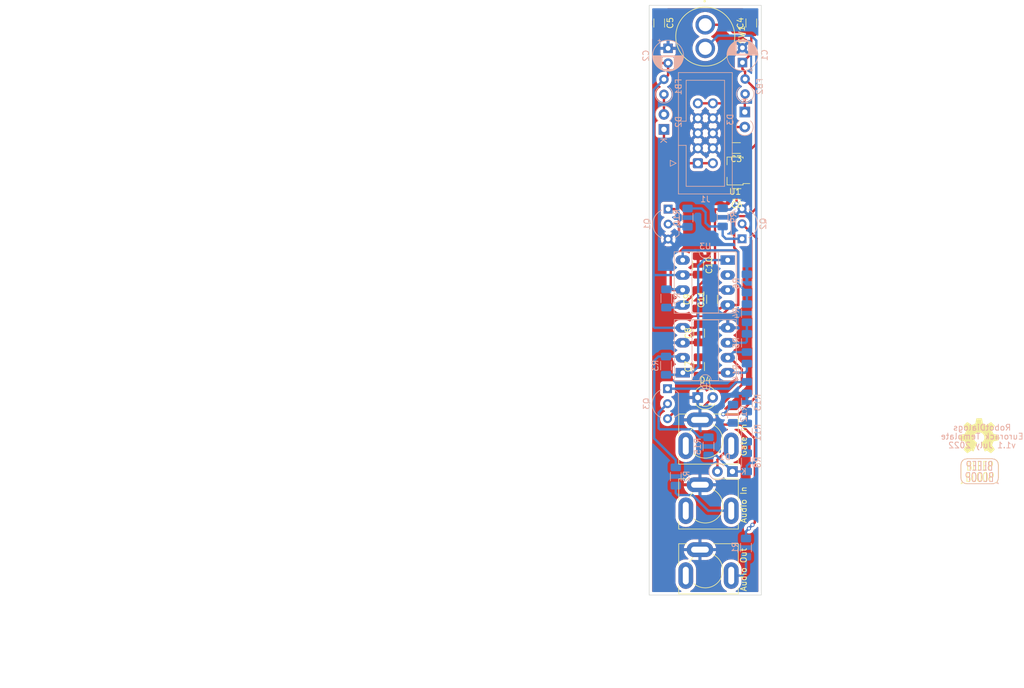
<source format=kicad_pcb>
(kicad_pcb (version 20211014) (generator pcbnew)
  (title_block (company "RobotDialogs"))
  (layers (0 "F.Cu" signal) (31 "B.Cu" signal) (34 "B.Paste" user) (35 "F.Paste" user) (36 "B.SilkS" user "B.Silkscreen") (37 "F.SilkS" user "F.Silkscreen") (38 "B.Mask" user) (39 "F.Mask" user) (44 "Edge.Cuts" user))
  (net 0 "")
  (net 1 "+12V")
  (net 2 "GND")
  (net 3 "-12V")
  (net 4 "+5V")
  (net 5 "Net-(D1-Pad1)")
  (net 6 "-12VA")
  (net 7 "Net-(D2-Pad2)")
  (net 8 "Net-(D3-Pad1)")
  (net 9 "+12VA")
  (net 10 "Net-(D1-Pad2)")
  (net 11 "Net-(D4-Pad2)")
  (net 13 "Net-(J2-PadT)")
  (net 14 "Net-(U2-Pad1)")
  (net 15 "Net-(U2-Pad6)")
  (net 17 "Net-(J3-PadT)")
  (net 19 "Net-(Q1-Pad1)")
  (net 20 "Net-(Q1-Pad2)")
  (net 21 "Net-(Q2-Pad1)")
  (net 22 "Net-(Q2-Pad2)")
  (net 23 "Net-(Q3-Pad1)")
  (net 24 "Net-(Q3-Pad2)")
  (net 25 "Net-(U2-Pad7)")
  (net 26 "Net-(U2-Pad2)")
  (net 27 "Net-(R4-Pad1)")
  (net 28 "Net-(R11-Pad1)")
  (net 29 "Net-(R11-Pad2)")
  (footprint "My Stuff:Jack_3.5mm_MJ-355W_Vertical" (layer "F.Cu") (at 149.5 134.8 -90)
    (fp_text reference "J2")
    (fp_text value "Audio In" (at -0.1 -6.5 90) (layer "F.SilkS"))
    (pad "R" thru_hole oval locked (at 0.9 3.3 270) (size 4.5 2.5) (drill oval 3 1) (layers *.Cu *.Mask))
    (pad "S" thru_hole oval locked (at -3.5 0.9 270) (size 2.5 4.5) (drill oval 1 3) (layers *.Cu *.Mask) (net 2 "GND"))
    (pad "T" thru_hole oval locked (at 0.9 -4.4 270) (size 4.5 2.5) (drill oval 3 1) (layers *.Cu *.Mask) (net 13 "Net-(J2-PadT)"))
  )
  (footprint "Capacitor_SMD:C_1206_3216Metric_Pad1.33x1.80mm_HandSolder" (layer "F.Cu") (at 150.65 99.85 90)
    (fp_text reference "C11" (at 0 -1.85 90) (layer "F.SilkS"))
    (fp_text value "10nF")
    (pad "1" smd roundrect (at -1.5625 0 90) (size 1.325 1.8) (layers "F.Cu" "F.Paste" "F.Mask") (roundrect_rratio 0.188679) (net 1 "+12V"))
    (pad "2" smd roundrect (at 1.5625 0 90) (size 1.325 1.8) (layers "F.Cu" "F.Paste" "F.Mask") (roundrect_rratio 0.188679) (net 2 "GND"))
  )
  (footprint "Capacitor_SMD:C_1206_3216Metric_Pad1.33x1.80mm_HandSolder" (layer "F.Cu") (at 148.45 105.6 90)
    (fp_text reference "C8" (at 0 -1.85 90) (layer "F.SilkS"))
    (fp_text value "10nF")
    (pad "1" smd roundrect locked (at -1.5625 0 90) (size 1.325 1.8) (layers "F.Cu" "F.Paste" "F.Mask") (roundrect_rratio 0.188679) (net 2 "GND"))
    (pad "2" smd roundrect locked (at 1.5625 0 90) (size 1.325 1.8) (layers "F.Cu" "F.Paste" "F.Mask") (roundrect_rratio 0.188679) (net 3 "-12V"))
  )
  (footprint "My Stuff:SW_PS1024ALRED" (layer "F.Cu") (at 149.5 55.3 -90)
    (fp_text reference "SW1" (at -0.335 -6.185 90) (layer "F.SilkS"))
    (fp_text value "SW_GATE")
    (pad "1" thru_hole circle locked (at -2 0 270) (size 3.32 3.32) (drill 2.21) (layers *.Cu *.Mask) (net 1 "+12V"))
    (pad "2" thru_hole circle locked (at 2 0 270) (size 3.32 3.32) (drill 2.21) (layers *.Cu *.Mask) (net 5 "Net-(D1-Pad1)"))
  )
  (footprint "Capacitor_SMD:C_1206_3216Metric_Pad1.33x1.80mm_HandSolder" (layer "F.Cu") (at 148.3 94.1 -90)
    (fp_text reference "C10" (at 0 -1.85 90) (layer "F.SilkS"))
    (fp_text value "10nF")
    (pad "1" smd roundrect (at -1.5625 0 270) (size 1.325 1.8) (layers "F.Cu" "F.Paste" "F.Mask") (roundrect_rratio 0.188679) (net 2 "GND"))
    (pad "2" smd roundrect (at 1.5625 0 270) (size 1.325 1.8) (layers "F.Cu" "F.Paste" "F.Mask") (roundrect_rratio 0.188679) (net 3 "-12V"))
  )
  (footprint "My Stuff:Logo1" (layer "F.Cu") (at 196 129)
    (fp_text reference "LOGO1" hide)
    (fp_text value "logo1" hide)
    (fp_text user "BLOOP" (at 0.05 1.05) (layer "F.SilkS") (effects (font (size 1.5 1))))
    (fp_text user "BLEEP" (at 0.05 -0.85) (layer "F.SilkS") (effects (font (size 1.5 1))))
  )
  (footprint "Package_TO_SOT_SMD:SOT-89-3" (layer "F.Cu") (at 154.85 78.1 180)
    (fp_text reference "U1" (at 0.3 -3.5) (layer "F.SilkS"))
    (fp_text value "L78L05_SOT89")
    (pad "1" smd rect (at -1.65 -1.5 180) (size 1.3 0.9) (layers "F.Cu" "F.Paste" "F.Mask") (net 4 "+5V"))
    (pad "2" smd custom (at -1.5625 0 180) (size 1.475 0.9) (layers "F.Cu" "F.Paste" "F.Mask") (net 2 "GND") (options (clearance outline) (anchor rect)) (primitives (gr_poly (pts (xy 3.8625 0.8665) (xy 0.7375 0.8665) (xy 0.7375 -0.8665) (xy 3.8625 -0.8665)) (width 0) (fill yes))))
    (pad "3" smd rect (at -1.65 1.5 180) (size 1.3 0.9) (layers "F.Cu" "F.Paste" "F.Mask") (net 1 "+12V"))
  )
  (footprint "Capacitor_SMD:C_1206_3216Metric_Pad1.33x1.80mm_HandSolder" (layer "F.Cu") (at 148.45 111.25 90)
    (fp_text reference "C7" (at 0 -1.85 90) (layer "F.SilkS"))
    (fp_text value "10nF")
    (pad "1" smd roundrect locked (at -1.5625 0 90) (size 1.325 1.8) (layers "F.Cu" "F.Paste" "F.Mask") (roundrect_rratio 0.188679) (net 1 "+12V"))
    (pad "2" smd roundrect locked (at 1.5625 0 90) (size 1.325 1.8) (layers "F.Cu" "F.Paste" "F.Mask") (roundrect_rratio 0.188679) (net 2 "GND"))
  )
  (footprint "Capacitor_SMD:C_1206_3216Metric_Pad1.33x1.80mm_HandSolder" (layer "F.Cu") (at 154.85 81.999999 180)
    (fp_text reference "C6" (at 0 -1.85) (layer "F.SilkS"))
    (fp_text value "100nF")
    (pad "1" smd roundrect locked (at -1.5625 0 180) (size 1.325 1.8) (layers "F.Cu" "F.Paste" "F.Mask") (roundrect_rratio 0.188679) (net 4 "+5V"))
    (pad "2" smd roundrect locked (at 1.5625 0 180) (size 1.325 1.8) (layers "F.Cu" "F.Paste" "F.Mask") (roundrect_rratio 0.188679) (net 2 "GND"))
  )
  (footprint "LED_THT:LED_D3.0mm" (layer "F.Cu") (at 148.225 116.5)
    (fp_text reference "D4" (at 1.27 -2.96) (layer "F.SilkS"))
    (fp_text value "GATE_LED")
    (pad "1" thru_hole rect (at 0 0) (size 1.8 1.8) (drill 0.9) (layers *.Cu *.Mask) (net 2 "GND"))
    (pad "2" thru_hole circle (at 2.54 0) (size 1.8 1.8) (drill 0.9) (layers *.Cu *.Mask) (net 11 "Net-(D4-Pad2)"))
  )
  (footprint "My Stuff:Jack_3.5mm_MJ-355W_Vertical" (layer "F.Cu") (at 149.5 145.8 -90)
    (fp_text reference "J3")
    (fp_text value "Audio Out" (at -0.1 -6.5 90) (layer "F.SilkS"))
    (pad "R" thru_hole oval locked (at 0.9 3.3 270) (size 4.5 2.5) (drill oval 3 1) (layers *.Cu *.Mask))
    (pad "S" thru_hole oval locked (at -3.5 0.9 270) (size 2.5 4.5) (drill oval 1 3) (layers *.Cu *.Mask) (net 2 "GND"))
    (pad "T" thru_hole oval locked (at 0.9 -4.4 270) (size 4.5 2.5) (drill oval 3 1) (layers *.Cu *.Mask) (net 17 "Net-(J3-PadT)"))
  )
  (footprint "Symbol:OSHW-Symbol_6.7x6mm_SilkScreen" (layer "F.Cu") (at 195.9 123)
    (fp_text reference "LOGO3" hide)
    (fp_text value "Logo_Open_Hardware_Small" hide)
  )
  (footprint "Capacitor_SMD:C_1206_3216Metric_Pad1.33x1.80mm_HandSolder" (layer "F.Cu") (at 157.3 53 90)
    (fp_text reference "C4" (at 0 -1.85 90) (layer "F.SilkS"))
    (fp_text value "10nF")
    (pad "1" smd roundrect locked (at -1.5625 0 90) (size 1.325 1.8) (layers "F.Cu" "F.Paste" "F.Mask") (roundrect_rratio 0.188679) (net 1 "+12V"))
    (pad "2" smd roundrect locked (at 1.5625 0 90) (size 1.325 1.8) (layers "F.Cu" "F.Paste" "F.Mask") (roundrect_rratio 0.188679) (net 2 "GND"))
  )
  (footprint "Capacitor_SMD:C_1206_3216Metric_Pad1.33x1.80mm_HandSolder" (layer "F.Cu") (at 141.7 53 -90)
    (fp_text reference "C5" (at 0 -1.85 90) (layer "F.SilkS"))
    (fp_text value "10nF")
    (pad "1" smd roundrect locked (at -1.5625 0 270) (size 1.325 1.8) (layers "F.Cu" "F.Paste" "F.Mask") (roundrect_rratio 0.188679) (net 2 "GND"))
    (pad "2" smd roundrect locked (at 1.5625 0 270) (size 1.325 1.8) (layers "F.Cu" "F.Paste" "F.Mask") (roundrect_rratio 0.188679) (net 3 "-12V"))
  )
  (footprint "My Stuff:Jack_3.5mm_MJ-355W_Vertical" (layer "F.Cu") (at 149.5 123.8 -90)
    (fp_text reference "J4")
    (fp_text value "Gate In" (at -0.1 -6.5 90) (layer "F.SilkS"))
    (pad "R" thru_hole oval locked (at 0.9 3.3 270) (size 4.5 2.5) (drill oval 3 1) (layers *.Cu *.Mask))
    (pad "S" thru_hole oval locked (at -3.5 0.9 270) (size 2.5 4.5) (drill oval 1 3) (layers *.Cu *.Mask) (net 2 "GND"))
    (pad "T" thru_hole oval locked (at 0.9 -4.4 270) (size 4.5 2.5) (drill oval 3 1) (layers *.Cu *.Mask) (net 10 "Net-(D1-Pad2)"))
  )
  (footprint "Capacitor_SMD:C_1206_3216Metric_Pad1.33x1.80mm_HandSolder" (layer "F.Cu") (at 148.25 99.85 90)
    (fp_text reference "C9" (at 0 -1.85 90) (layer "F.SilkS"))
    (fp_text value "10nF")
    (pad "1" smd roundrect (at -1.5625 0 90) (size 1.325 1.8) (layers "F.Cu" "F.Paste" "F.Mask") (roundrect_rratio 0.188679) (net 2 "GND"))
    (pad "2" smd roundrect (at 1.5625 0 90) (size 1.325 1.8) (layers "F.Cu" "F.Paste" "F.Mask") (roundrect_rratio 0.188679) (net 4 "+5V"))
  )
  (footprint "My Stuff:Logo2" (layer "F.Cu") (at 196 129)
    (fp_text reference "LOGO2" hide)
    (fp_text value "logo1" hide)
    (fp_text user "BLEEP" (at -0.05 -0.85) (layer "B.SilkS") (effects (font (size 1.5 1)) (justify mirror)))
    (fp_text user "BLOOP" (at -0.05 1.05) (layer "B.SilkS") (effects (font (size 1.5 1)) (justify mirror)))
  )
  (footprint "Capacitor_SMD:C_1206_3216Metric_Pad1.33x1.80mm_HandSolder" (layer "F.Cu") (at 154.75 74.2 180)
    (fp_text reference "C3" (at 0 -1.85) (layer "F.SilkS"))
    (fp_text value "220nF")
    (pad "1" smd roundrect locked (at -1.5625 0 180) (size 1.325 1.8) (layers "F.Cu" "F.Paste" "F.Mask") (roundrect_rratio 0.188679) (net 1 "+12V"))
    (pad "2" smd roundrect locked (at 1.5625 0 180) (size 1.325 1.8) (layers "F.Cu" "F.Paste" "F.Mask") (roundrect_rratio 0.188679) (net 2 "GND"))
  )
  (footprint "Package_DIP:DIP-8_W7.62mm_Socket_LongPads" (layer "B.Cu") (at 153.3 93.2 180)
    (fp_text reference "U3" (at 3.81 2.33) (layer "B.SilkS") (effects (justify mirror)))
    (fp_text value "DG418LDJ")
    (pad "1" thru_hole rect (at 0 0 180) (size 2.4 1.6) (drill 0.8) (layers *.Cu *.Mask) (net 14 "Net-(U2-Pad1)"))
    (pad "2" thru_hole oval (at 0 -2.54 180) (size 2.4 1.6) (drill 0.8) (layers *.Cu *.Mask))
    (pad "3" thru_hole oval (at 0 -5.08 180) (size 2.4 1.6) (drill 0.8) (layers *.Cu *.Mask) (net 2 "GND"))
    (pad "4" thru_hole oval (at 0 -7.62 180) (size 2.4 1.6) (drill 0.8) (layers *.Cu *.Mask) (net 1 "+12V"))
    (pad "5" thru_hole oval (at 7.62 -7.62 180) (size 2.4 1.6) (drill 0.8) (layers *.Cu *.Mask) (net 4 "+5V"))
    (pad "6" thru_hole oval (at 7.62 -5.08 180) (size 2.4 1.6) (drill 0.8) (layers *.Cu *.Mask) (net 19 "Net-(Q1-Pad1)"))
    (pad "7" thru_hole oval (at 7.62 -2.54 180) (size 2.4 1.6) (drill 0.8) (layers *.Cu *.Mask) (net 3 "-12V"))
    (pad "8" thru_hole oval (at 7.62 0 180) (size 2.4 1.6) (drill 0.8) (layers *.Cu *.Mask) (net 27 "Net-(R4-Pad1)"))
  )
  (footprint "Resistor_SMD:R_1206_3216Metric_Pad1.30x1.75mm_HandSolder" (layer "B.Cu") (at 156.4 141.95 -90)
    (fp_text reference "R1" (at 0 1.82 90) (layer "B.SilkS") (effects (justify mirror)))
    (fp_text value "1k")
    (pad "1" smd roundrect (at -1.55 0 270) (size 1.3 1.75) (layers "B.Cu" "B.Paste" "B.Mask") (roundrect_rratio 0.192308) (net 25 "Net-(U2-Pad7)"))
    (pad "2" smd roundrect (at 1.55 0 270) (size 1.3 1.75) (layers "B.Cu" "B.Paste" "B.Mask") (roundrect_rratio 0.192308) (net 17 "Net-(J3-PadT)"))
  )
  (footprint "Resistor_SMD:R_1206_3216Metric_Pad1.30x1.75mm_HandSolder" (layer "B.Cu") (at 156.55 102.2 -90)
    (fp_text reference "R4" (at 0 1.82 90) (layer "B.SilkS") (effects (justify mirror)))
    (fp_text value "100k")
    (pad "1" smd roundrect (at -1.55 0 270) (size 1.3 1.75) (layers "B.Cu" "B.Paste" "B.Mask") (roundrect_rratio 0.192308) (net 27 "Net-(R4-Pad1)"))
    (pad "2" smd roundrect (at 1.55 0 270) (size 1.3 1.75) (layers "B.Cu" "B.Paste" "B.Mask") (roundrect_rratio 0.192308) (net 15 "Net-(U2-Pad6)"))
  )
  (footprint "Package_TO_SOT_THT:TO-92_Inline_Wide" (layer "B.Cu") (at 143.21 84.56 -90)
    (fp_text reference "Q1" (at 2.54 3.56 90) (layer "B.SilkS") (effects (justify mirror)))
    (fp_text value "BC547")
    (pad "1" thru_hole rect (at 0 0 270) (size 1.5 1.5) (drill 0.8) (layers *.Cu *.Mask) (net 19 "Net-(Q1-Pad1)"))
    (pad "2" thru_hole circle (at 2.54 0 270) (size 1.5 1.5) (drill 0.8) (layers *.Cu *.Mask) (net 20 "Net-(Q1-Pad2)"))
    (pad "3" thru_hole circle (at 5.08 0 270) (size 1.5 1.5) (drill 0.8) (layers *.Cu *.Mask) (net 2 "GND"))
  )
  (footprint "Resistor_SMD:R_1206_3216Metric_Pad1.30x1.75mm_HandSolder" (layer "B.Cu") (at 144.5 129.9 90)
    (fp_text reference "R2" (at 0 1.82 90) (layer "B.SilkS") (effects (justify mirror)))
    (fp_text value "100k")
    (pad "1" smd roundrect (at -1.55 0 90) (size 1.3 1.75) (layers "B.Cu" "B.Paste" "B.Mask") (roundrect_rratio 0.192308) (net 13 "Net-(J2-PadT)"))
    (pad "2" smd roundrect (at 1.55 0 90) (size 1.3 1.75) (layers "B.Cu" "B.Paste" "B.Mask") (roundrect_rratio 0.192308) (net 26 "Net-(U2-Pad2)"))
  )
  (footprint "Resistor_SMD:R_1206_3216Metric_Pad1.30x1.75mm_HandSolder" (layer "B.Cu") (at 156.55 112.3 -90)
    (fp_text reference "R14" (at 0 1.82 90) (layer "B.SilkS") (effects (justify mirror)))
    (fp_text value "1k")
    (pad "1" smd roundrect (at -1.55 0 270) (size 1.3 1.75) (layers "B.Cu" "B.Paste" "B.Mask") (roundrect_rratio 0.192308) (net 1 "+12V"))
    (pad "2" smd roundrect (at 1.55 0 270) (size 1.3 1.75) (layers "B.Cu" "B.Paste" "B.Mask") (roundrect_rratio 0.192308) (net 23 "Net-(Q3-Pad1)"))
  )
  (footprint "Resistor_SMD:R_1206_3216Metric_Pad1.30x1.75mm_HandSolder" (layer "B.Cu") (at 154.2 119.25 90)
    (fp_text reference "R12" (at 0 1.82 90) (layer "B.SilkS") (effects (justify mirror)))
    (fp_text value "100k")
    (pad "1" smd roundrect (at -1.55 0 90) (size 1.3 1.75) (layers "B.Cu" "B.Paste" "B.Mask") (roundrect_rratio 0.192308) (net 29 "Net-(R11-Pad2)"))
    (pad "2" smd roundrect (at 1.55 0 90) (size 1.3 1.75) (layers "B.Cu" "B.Paste" "B.Mask") (roundrect_rratio 0.192308) (net 22 "Net-(Q2-Pad2)"))
  )
  (footprint "Resistor_SMD:R_1206_3216Metric_Pad1.30x1.75mm_HandSolder" (layer "B.Cu") (at 142.9 99.7 90)
    (fp_text reference "R7" (at 0 1.82 90) (layer "B.SilkS") (effects (justify mirror)))
    (fp_text value "100k")
    (pad "1" smd roundrect (at -1.55 0 90) (size 1.3 1.75) (layers "B.Cu" "B.Paste" "B.Mask") (roundrect_rratio 0.192308) (net 4 "+5V"))
    (pad "2" smd roundrect (at 1.55 0 90) (size 1.3 1.75) (layers "B.Cu" "B.Paste" "B.Mask") (roundrect_rratio 0.192308) (net 19 "Net-(Q1-Pad1)"))
  )
  (footprint "Resistor_SMD:R_1206_3216Metric_Pad1.30x1.75mm_HandSolder" (layer "B.Cu") (at 156.55 127.5 90)
    (fp_text reference "R8" (at 0 1.82 90) (layer "B.SilkS") (effects (justify mirror)))
    (fp_text value "100k")
    (pad "1" smd roundrect (at -1.55 0 90) (size 1.3 1.75) (layers "B.Cu" "B.Paste" "B.Mask") (roundrect_rratio 0.192308) (net 5 "Net-(D1-Pad1)"))
    (pad "2" smd roundrect (at 1.55 0 90) (size 1.3 1.75) (layers "B.Cu" "B.Paste" "B.Mask") (roundrect_rratio 0.192308) (net 28 "Net-(R11-Pad1)"))
  )
  (footprint "Resistor_SMD:R_1206_3216Metric_Pad1.30x1.75mm_HandSolder" (layer "B.Cu") (at 142.85 111.1 -90)
    (fp_text reference "R3" (at 0 1.82 90) (layer "B.SilkS") (effects (justify mirror)))
    (fp_text value "100k")
    (pad "1" smd roundrect (at -1.55 0 270) (size 1.3 1.75) (layers "B.Cu" "B.Paste" "B.Mask") (roundrect_rratio 0.192308) (net 26 "Net-(U2-Pad2)"))
    (pad "2" smd roundrect (at 1.55 0 270) (size 1.3 1.75) (layers "B.Cu" "B.Paste" "B.Mask") (roundrect_rratio 0.192308) (net 14 "Net-(U2-Pad1)"))
  )
  (footprint "Connector_IDC:IDC-Header_2x05_P2.54mm_Vertical" (layer "B.Cu") (at 148.2475 76.78)
    (fp_text reference "J1" (at 1.27 6.1) (layer "B.SilkS") (effects (justify mirror)))
    (fp_text value "Conn_02x05_Odd_Even")
    (pad "1" thru_hole roundrect locked (at 0 0) (size 1.7 1.7) (drill 1) (layers *.Cu *.Mask) (roundrect_rratio 0.147059) (net 6 "-12VA"))
    (pad "2" thru_hole circle locked (at 2.54 0) (size 1.7 1.7) (drill 1) (layers *.Cu *.Mask) (net 6 "-12VA"))
    (pad "3" thru_hole circle locked (at 0 -2.54) (size 1.7 1.7) (drill 1) (layers *.Cu *.Mask) (net 2 "GND"))
    (pad "4" thru_hole circle locked (at 2.54 -2.54) (size 1.7 1.7) (drill 1) (layers *.Cu *.Mask) (net 2 "GND"))
    (pad "5" thru_hole circle locked (at 0 -5.08) (size 1.7 1.7) (drill 1) (layers *.Cu *.Mask) (net 2 "GND"))
    (pad "6" thru_hole circle locked (at 2.54 -5.08) (size 1.7 1.7) (drill 1) (layers *.Cu *.Mask) (net 2 "GND"))
    (pad "7" thru_hole circle locked (at 0 -7.62) (size 1.7 1.7) (drill 1) (layers *.Cu *.Mask) (net 2 "GND"))
    (pad "8" thru_hole circle locked (at 2.54 -7.62) (size 1.7 1.7) (drill 1) (layers *.Cu *.Mask) (net 2 "GND"))
    (pad "9" thru_hole circle locked (at 0 -10.16) (size 1.7 1.7) (drill 1) (layers *.Cu *.Mask) (net 9 "+12VA"))
    (pad "10" thru_hole circle locked (at 2.54 -10.16) (size 1.7 1.7) (drill 1) (layers *.Cu *.Mask) (net 9 "+12VA"))
  )
  (footprint "Diode_THT:D_A-405_P2.54mm_Vertical_KathodeUp" (layer "B.Cu") (at 156.2 68.1 -90)
    (fp_text reference "D3" (at 1.27 2.47 90) (layer "B.SilkS") (effects (justify mirror)))
    (fp_text value "D")
    (fp_text user "K" (at -1.9 0 90) (layer "B.SilkS") (effects (justify mirror)))
    (pad "1" thru_hole rect locked (at 0 0 270) (size 1.8 1.8) (drill 0.9) (layers *.Cu *.Mask) (net 8 "Net-(D3-Pad1)"))
    (pad "2" thru_hole oval locked (at 2.54 0 270) (size 1.8 1.8) (drill 0.9) (layers *.Cu *.Mask) (net 9 "+12VA"))
  )
  (footprint "Diode_THT:D_A-405_P2.54mm_Vertical_KathodeUp" (layer "B.Cu") (at 142.5 71.04 90)
    (fp_text reference "D2" (at 1.27 2.47 90) (layer "B.SilkS") (effects (justify mirror)))
    (fp_text value "D")
    (fp_text user "K" (at -1.9 0 90) (layer "B.SilkS") (effects (justify mirror)))
    (pad "1" thru_hole rect locked (at 0 0 90) (size 1.8 1.8) (drill 0.9) (layers *.Cu *.Mask) (net 6 "-12VA"))
    (pad "2" thru_hole oval locked (at 2.54 0 90) (size 1.8 1.8) (drill 0.9) (layers *.Cu *.Mask) (net 7 "Net-(D2-Pad2)"))
  )
  (footprint "Resistor_SMD:R_1206_3216Metric_Pad1.30x1.75mm_HandSolder" (layer "B.Cu") (at 156.55 107.25 -90)
    (fp_text reference "R5" (at 0 1.82 90) (layer "B.SilkS") (effects (justify mirror)))
    (fp_text value "100k")
    (pad "1" smd roundrect (at -1.55 0 270) (size 1.3 1.75) (layers "B.Cu" "B.Paste" "B.Mask") (roundrect_rratio 0.192308) (net 15 "Net-(U2-Pad6)"))
    (pad "2" smd roundrect (at 1.55 0 270) (size 1.3 1.75) (layers "B.Cu" "B.Paste" "B.Mask") (roundrect_rratio 0.192308) (net 25 "Net-(U2-Pad7)"))
  )
  (footprint "Package_TO_SOT_THT:TO-92_Inline_Wide" (layer "B.Cu") (at 143.11 115.01 -90)
    (fp_text reference "Q3" (at 2.54 3.56 90) (layer "B.SilkS") (effects (justify mirror)))
    (fp_text value "BC547")
    (pad "1" thru_hole rect (at 0 0 270) (size 1.5 1.5) (drill 0.8) (layers *.Cu *.Mask) (net 23 "Net-(Q3-Pad1)"))
    (pad "2" thru_hole circle (at 2.54 0 270) (size 1.5 1.5) (drill 0.8) (layers *.Cu *.Mask) (net 24 "Net-(Q3-Pad2)"))
    (pad "3" thru_hole circle (at 5.08 0 270) (size 1.5 1.5) (drill 0.8) (layers *.Cu *.Mask) (net 11 "Net-(D4-Pad2)"))
  )
  (footprint "Resistor_SMD:R_1206_3216Metric_Pad1.30x1.75mm_HandSolder" (layer "B.Cu") (at 152.45 85.95 90)
    (fp_text reference "R9" (at 0 1.82 90) (layer "B.SilkS") (effects (justify mirror)))
    (fp_text value "100k")
    (pad "1" smd roundrect (at -1.55 0 90) (size 1.3 1.75) (layers "B.Cu" "B.Paste" "B.Mask") (roundrect_rratio 0.192308) (net 21 "Net-(Q2-Pad1)"))
    (pad "2" smd roundrect (at 1.55 0 90) (size 1.3 1.75) (layers "B.Cu" "B.Paste" "B.Mask") (roundrect_rratio 0.192308) (net 4 "+5V"))
  )
  (footprint "Resistor_SMD:R_1206_3216Metric_Pad1.30x1.75mm_HandSolder" (layer "B.Cu") (at 156.55 117.35 90)
    (fp_text reference "R13" (at 0 1.82 90) (layer "B.SilkS") (effects (justify mirror)))
    (fp_text value "100k")
    (pad "1" smd roundrect (at -1.55 0 90) (size 1.3 1.75) (layers "B.Cu" "B.Paste" "B.Mask") (roundrect_rratio 0.192308) (net 29 "Net-(R11-Pad2)"))
    (pad "2" smd roundrect (at 1.55 0 90) (size 1.3 1.75) (layers "B.Cu" "B.Paste" "B.Mask") (roundrect_rratio 0.192308) (net 2 "GND"))
  )
  (footprint "Capacitor_THT:CP_Radial_D5.0mm_P2.50mm" (layer "B.Cu") (at 155.8 59.705113 90)
    (fp_text reference "C1" (at 1.25 3.75 90) (layer "B.SilkS") (effects (justify mirror)))
    (fp_text value "100uF")
    (pad "1" thru_hole rect locked (at 0 0 90) (size 1.6 1.6) (drill 0.8) (layers *.Cu *.Mask) (net 1 "+12V"))
    (pad "2" thru_hole circle locked (at 2.5 0 90) (size 1.6 1.6) (drill 0.8) (layers *.Cu *.Mask) (net 2 "GND"))
  )
  (footprint "Resistor_SMD:R_1206_3216Metric_Pad1.30x1.75mm_HandSolder" (layer "B.Cu") (at 156.55 122.45 90)
    (fp_text reference "R11" (at 0 1.82 90) (layer "B.SilkS") (effects (justify mirror)))
    (fp_text value "100k")
    (pad "1" smd roundrect (at -1.55 0 90) (size 1.3 1.75) (layers "B.Cu" "B.Paste" "B.Mask") (roundrect_rratio 0.192308) (net 28 "Net-(R11-Pad1)"))
    (pad "2" smd roundrect (at 1.55 0 90) (size 1.3 1.75) (layers "B.Cu" "B.Paste" "B.Mask") (roundrect_rratio 0.192308) (net 29 "Net-(R11-Pad2)"))
  )
  (footprint "Package_TO_SOT_THT:TO-92_Inline_Wide" (layer "B.Cu") (at 155.74 89.59 90)
    (fp_text reference "Q2" (at 2.54 3.56 90) (layer "B.SilkS") (effects (justify mirror)))
    (fp_text value "BC547")
    (pad "1" thru_hole rect (at 0 0 90) (size 1.5 1.5) (drill 0.8) (layers *.Cu *.Mask) (net 21 "Net-(Q2-Pad1)"))
    (pad "2" thru_hole circle (at 2.54 0 90) (size 1.5 1.5) (drill 0.8) (layers *.Cu *.Mask) (net 22 "Net-(Q2-Pad2)"))
    (pad "3" thru_hole circle (at 5.08 0 90) (size 1.5 1.5) (drill 0.8) (layers *.Cu *.Mask) (net 2 "GND"))
  )
  (footprint "Diode_THT:D_A-405_P2.54mm_Vertical_KathodeUp" (layer "B.Cu") (at 154.1 129.05 180)
    (fp_text reference "D1" (at 1.27 2.47) (layer "B.SilkS") (effects (justify mirror)))
    (fp_text value "D")
    (fp_text user "K" (at -1.9 0) (layer "B.SilkS") (effects (justify mirror)))
    (pad "1" thru_hole rect (at 0 0 180) (size 1.8 1.8) (drill 0.9) (layers *.Cu *.Mask) (net 5 "Net-(D1-Pad1)"))
    (pad "2" thru_hole oval (at 2.54 0 180) (size 1.8 1.8) (drill 0.9) (layers *.Cu *.Mask) (net 10 "Net-(D1-Pad2)"))
  )
  (footprint "Package_DIP:DIP-8_W7.62mm_Socket_LongPads" (layer "B.Cu") (at 145.7 112.3)
    (fp_text reference "U2" (at 3.81 2.33) (layer "B.SilkS") (effects (justify mirror)))
    (fp_text value "TL072")
    (pad "1" thru_hole rect locked (at 0 0) (size 2.4 1.6) (drill 0.8) (layers *.Cu *.Mask) (net 14 "Net-(U2-Pad1)"))
    (pad "2" thru_hole oval locked (at 0 -2.54) (size 2.4 1.6) (drill 0.8) (layers *.Cu *.Mask) (net 26 "Net-(U2-Pad2)"))
    (pad "3" thru_hole oval locked (at 0 -5.08) (size 2.4 1.6) (drill 0.8) (layers *.Cu *.Mask) (net 2 "GND"))
    (pad "4" thru_hole oval locked (at 0 -7.62) (size 2.4 1.6) (drill 0.8) (layers *.Cu *.Mask) (net 3 "-12V"))
    (pad "5" thru_hole oval locked (at 7.62 -7.62) (size 2.4 1.6) (drill 0.8) (layers *.Cu *.Mask) (net 2 "GND"))
    (pad "6" thru_hole oval locked (at 7.62 -5.08) (size 2.4 1.6) (drill 0.8) (layers *.Cu *.Mask) (net 15 "Net-(U2-Pad6)"))
    (pad "7" thru_hole oval locked (at 7.62 -2.54) (size 2.4 1.6) (drill 0.8) (layers *.Cu *.Mask) (net 25 "Net-(U2-Pad7)"))
    (pad "8" thru_hole oval locked (at 7.62 0) (size 2.4 1.6) (drill 0.8) (layers *.Cu *.Mask) (net 1 "+12V"))
  )
  (footprint "Resistor_SMD:R_1206_3216Metric_Pad1.30x1.75mm_HandSolder" (layer "B.Cu") (at 146.5 86 -90)
    (fp_text reference "R10" (at 0 1.82 90) (layer "B.SilkS") (effects (justify mirror)))
    (fp_text value "100k")
    (pad "1" smd roundrect (at -1.55 0 270) (size 1.3 1.75) (layers "B.Cu" "B.Paste" "B.Mask") (roundrect_rratio 0.192308) (net 21 "Net-(Q2-Pad1)"))
    (pad "2" smd roundrect (at 1.55 0 270) (size 1.3 1.75) (layers "B.Cu" "B.Paste" "B.Mask") (roundrect_rratio 0.192308) (net 20 "Net-(Q1-Pad2)"))
  )
  (footprint "Resistor_SMD:R_1206_3216Metric_Pad1.30x1.75mm_HandSolder" (layer "B.Cu") (at 150.05 124.8 -90)
    (fp_text reference "R15" (at 0 1.82 90) (layer "B.SilkS") (effects (justify mirror)))
    (fp_text value "100k")
    (pad "1" smd roundrect (at -1.55 0 270) (size 1.3 1.75) (layers "B.Cu" "B.Paste" "B.Mask") (roundrect_rratio 0.192308) (net 24 "Net-(Q3-Pad2)"))
    (pad "2" smd roundrect (at 1.55 0 270) (size 1.3 1.75) (layers "B.Cu" "B.Paste" "B.Mask") (roundrect_rratio 0.192308) (net 5 "Net-(D1-Pad1)"))
  )
  (footprint "Capacitor_THT:CP_Radial_D5.0mm_P2.50mm" (layer "B.Cu") (at 143.2 57.294888 -90)
    (fp_text reference "C2" (at 1.25 3.75 90) (layer "B.SilkS") (effects (justify mirror)))
    (fp_text value "100uF")
    (pad "1" thru_hole rect locked (at 0 0 270) (size 1.6 1.6) (drill 0.8) (layers *.Cu *.Mask) (net 2 "GND"))
    (pad "2" thru_hole circle locked (at 2.5 0 270) (size 1.6 1.6) (drill 0.8) (layers *.Cu *.Mask) (net 3 "-12V"))
  )
  (footprint "Inductor_THT:L_Axial_L6.6mm_D2.7mm_P2.54mm_Vertical_Vishay_IM-2" (layer "B.Cu") (at 142.5 65.095 90)
    (fp_text reference "FB1" (at 1.27 2.47 90) (layer "B.SilkS") (effects (justify mirror)))
    (fp_text value "FerriteBead")
    (pad "1" thru_hole circle locked (at 0 0 90) (size 1.6 1.6) (drill 0.8) (layers *.Cu *.Mask) (net 7 "Net-(D2-Pad2)"))
    (pad "2" thru_hole oval locked (at 2.54 0 90) (size 1.6 1.6) (drill 0.8) (layers *.Cu *.Mask) (net 3 "-12V"))
  )
  (footprint "Inductor_THT:L_Axial_L6.6mm_D2.7mm_P2.54mm_Vertical_Vishay_IM-2" (layer "B.Cu") (at 156.25 65.035 90)
    (fp_text reference "FB2" (at 1.27 2.47 90) (layer "B.SilkS") (effects (justify mirror)))
    (fp_text value "FerriteBead")
    (pad "1" thru_hole circle locked (at 0 0 90) (size 1.6 1.6) (drill 0.8) (layers *.Cu *.Mask) (net 8 "Net-(D3-Pad1)"))
    (pad "2" thru_hole oval locked (at 2.54 0 90) (size 1.6 1.6) (drill 0.8) (layers *.Cu *.Mask) (net 1 "+12V"))
  )
  (footprint "Resistor_SMD:R_1206_3216Metric_Pad1.30x1.75mm_HandSolder" (layer "B.Cu") (at 156.55 97.15 -90)
    (fp_text reference "R6" (at 0 1.82 90) (layer "B.SilkS") (effects (justify mirror)))
    (fp_text value "1k")
    (pad "1" smd roundrect (at -1.55 0 270) (size 1.3 1.75) (layers "B.Cu" "B.Paste" "B.Mask") (roundrect_rratio 0.192308) (net 2 "GND"))
    (pad "2" smd roundrect (at 1.55 0 270) (size 1.3 1.75) (layers "B.Cu" "B.Paste" "B.Mask") (roundrect_rratio 0.192308) (net 27 "Net-(R4-Pad1)"))
  )
  (gr_rect locked (start 140 50) (end 159 150) (layer "Edge.Cuts") (width 0.1) (fill none))
  (gr_text "v1.1 July 2022" (at 196.4 124.6) (layer "B.SilkS") (effects (font (size 1 1)) (justify mirror)))
  (gr_text "RobotDialogs\n" (at 196.4 121.6) (layer "B.SilkS") (effects (font (size 1 1)) (justify mirror)))
  (gr_text "Eurorack Template" (at 196.4 123.1) (layer "B.SilkS") (effects (font (size 1 1)) (justify mirror)))
  (segment (start 158.1 84.45) (end 156.8 85.75) (width 0.4) (layer "F.Cu") (net 1))
  (segment (start 155.1 91.8) (end 155.1 100.8) (width 0.4) (layer "F.Cu") (net 1))
  (segment (start 154.6 85.75) (end 154.4 85.95) (width 0.4) (layer "F.Cu") (net 1))
  (segment (start 153.3 100.82) (end 152.63 100.82) (width 0.4) (layer "F.Cu") (net 1))
  (segment (start 157.3 54.5625) (end 157.3 58.205113) (width 0.4) (layer "F.Cu") (net 1))
  (segment (start 156.5 76.6) (end 156.5 74.3875) (width 0.4) (layer "F.Cu") (net 1))
  (segment (start 151.0125 112.3) (end 151.25 112.0625) (width 0.4) (layer "F.Cu") (net 1))
  (segment (start 156.5 74.3875) (end 156.3125 74.2) (width 0.4) (layer "F.Cu") (net 1))
  (segment (start 148.3 112.8125) (end 150.5 112.8125) (width 0.4) (layer "F.Cu") (net 1))
  (segment (start 154.2125 54.5625) (end 152.95 53.3) (width 0.4) (layer "F.Cu") (net 1))
  (segment (start 152.95 53.3) (end 149.5 53.3) (width 0.4) (layer "F.Cu") (net 1))
  (segment (start 155.08 100.82) (end 155.1 100.8) (width 0.4) (layer "F.Cu") (net 1))
  (segment (start 153.32 112.3) (end 151.0125 112.3) (width 0.4) (layer "F.Cu") (net 1))
  (segment (start 156.8 85.75) (end 154.6 85.75) (width 0.4) (layer "F.Cu") (net 1))
  (segment (start 151.25 112.0625) (end 151.25 103.6) (width 0.4) (layer "F.Cu") (net 1))
  (segment (start 157.3 58.205113) (end 155.8 59.705113) (width 0.4) (layer "F.Cu") (net 1))
  (segment (start 157.45 74.2) (end 158.1 73.55) (width 0.4) (layer "F.Cu") (net 1))
  (segment (start 153.3 101.55) (end 153.3 100.82) (width 0.4) (layer "F.Cu") (net 1))
  (segment (start 155.8 59.705113) (end 155.8 60.8) (width 0.4) (layer "F.Cu") (net 1))
  (segment (start 152.05 101.4) (end 150.6625 101.4) (width 0.4) (layer "F.Cu") (net 1))
  (segment (start 155.8 60.8) (end 156.25 61.25) (width 0.4) (layer "F.Cu") (net 1))
  (segment (start 154.4 91.1) (end 155.1 91.8) (width 0.4) (layer "F.Cu") (net 1))
  (segment (start 150.5 112.8125) (end 151.0125 112.3) (width 0.4) (layer "F.Cu") (net 1))
  (segment (start 158.1 64.345) (end 156.25 62.495) (width 0.4) (layer "F.Cu") (net 1))
  (segment (start 151.25 103.6) (end 153.3 101.55) (width 0.4) (layer "F.Cu") (net 1))
  (segment (start 154.4 85.95) (end 154.4 91.1) (width 0.4) (layer "F.Cu") (net 1))
  (segment (start 158.1 73.55) (end 158.1 64.345) (width 0.4) (layer "F.Cu") (net 1))
  (segment (start 156.3125 74.2) (end 157.45 74.2) (width 0.4) (layer "F.Cu") (net 1))
  (segment (start 153.3 100.82) (end 155.08 100.82) (width 0.4) (layer "F.Cu") (net 1))
  (segment (start 150.6625 101.4) (end 150.65 101.4125) (width 0.4) (layer "F.Cu") (net 1))
  (segment (start 152.63 100.82) (end 152.05 101.4) (width 0.4) (layer "F.Cu") (net 1))
  (segment (start 157.3 54.5625) (end 154.2125 54.5625) (width 0.4) (layer "F.Cu") (net 1))
  (segment (start 156.25 61.25) (end 156.25 62.495) (width 0.4) (layer "F.Cu") (net 1))
  (segment (start 158.1 73.55) (end 158.1 84.45) (width 0.4) (layer "F.Cu") (net 1))
  (segment (start 156.25 112.3) (end 156.55 112) (width 0.4) (layer "B.Cu") (net 1))
  (segment (start 153.32 112.3) (end 156.25 112.3) (width 0.4) (layer "B.Cu") (net 1))
  (segment (start 156.55 112) (end 156.55 110.75) (width 0.4) (layer "B.Cu") (net 1))
  (segment (start 145.7 104.68) (end 147.8075 104.68) (width 0.4) (layer "F.Cu") (net 3))
  (segment (start 143.2 59.794888) (end 143.2 61.855) (width 0.4) (layer "F.Cu") (net 3))
  (segment (start 147.8075 104.68) (end 148.3 104.1875) (width 0.4) (layer "F.Cu") (net 3))
  (segment (start 141.744888 59.794888) (end 143.2 59.794888) (width 0.4) (layer "F.Cu") (net 3))
  (segment (start 145.7575 95.6625) (end 145.68 95.74) (width 0.4) (layer "F.Cu") (net 3))
  (segment (start 148.3 95.6625) (end 145.7575 95.6625) (width 0.4) (layer "F.Cu") (net 3))
  (segment (start 141.7 59.75) (end 141.744888 59.794888) (width 0.4) (layer "F.Cu") (net 3))
  (segment (start 141.7 54.5625) (end 141.7 59.75) (width 0.4) (layer "F.Cu") (net 3))
  (segment (start 143.2 61.855) (end 142.5 62.555) (width 0.4) (layer "F.Cu") (net 3))
  (segment (start 140.75 104.5) (end 140.75 95.9) (width 0.4) (layer "B.Cu") (net 3))
  (segment (start 140.91 95.74) (end 140.75 95.9) (width 0.4) (layer "B.Cu") (net 3))
  (segment (start 140.93 104.68) (end 140.75 104.5) (width 0.4) (layer "B.Cu") (net 3))
  (segment (start 145.68 95.74) (end 140.91 95.74) (width 0.4) (layer "B.Cu") (net 3))
  (segment (start 145.7 104.68) (end 140.93 104.68) (width 0.4) (layer "B.Cu") (net 3))
  (segment (start 140.75 64.305) (end 142.5 62.555) (width 0.4) (layer "B.Cu") (net 3))
  (segment (start 140.75 95.9) (end 140.75 64.305) (width 0.4) (layer "B.Cu") (net 3))
  (segment (start 148.25 98.2875) (end 148.25 97.7) (width 0.4) (layer "F.Cu") (net 4))
  (segment (start 151.15 94.85) (end 151.15 84.6) (width 0.4) (layer "F.Cu") (net 4))
  (segment (start 145.685 100.825) (end 145.68 100.82) (width 0.4) (layer "F.Cu") (net 4))
  (segment (start 156.4125 81.999999) (end 155.300001 81.999999) (width 0.4) (layer "F.Cu") (net 4))
  (segment (start 154.8 82.5) (end 154.8 83.6) (width 0.4) (layer "F.Cu") (net 4))
  (segment (start 151.15 84.6) (end 153.8 84.6) (width 0.4) (layer "F.Cu") (net 4))
  (segment (start 156.5 79.6) (end 156.5 81.912499) (width 0.4) (layer "F.Cu") (net 4))
  (segment (start 155.300001 81.999999) (end 154.8 82.5) (width 0.4) (layer "F.Cu") (net 4))
  (segment (start 156.5 81.912499) (end 156.4125 81.999999) (width 0.4) (layer "F.Cu") (net 4))
  (segment (start 153.8 84.6) (end 154.8 83.6) (width 0.4) (layer "F.Cu") (net 4))
  (segment (start 151.1 94.85) (end 151.15 94.85) (width 0.4) (layer "F.Cu") (net 4))
  (segment (start 145.7175 100.82) (end 148.25 98.2875) (width 0.4) (layer "F.Cu") (net 4))
  (segment (start 148.25 97.7) (end 151.1 94.85) (width 0.4) (layer "F.Cu") (net 4))
  (segment (start 145.68 100.82) (end 145.7175 100.82) (width 0.4) (layer "F.Cu") (net 4))
  (via (at 154.8 83.6) (size 0.7) (drill 0.4) (layers "F.Cu" "B.Cu") (net 4))
  (segment (start 153.75 84.65) (end 154.8 83.6) (width 0.4) (layer "B.Cu") (net 4))
  (segment (start 142.9 101.25) (end 145.25 101.25) (width 0.4) (layer "B.Cu") (net 4))
  (segment (start 151.8 84.65) (end 153.75 84.65) (width 0.4) (layer "B.Cu") (net 4))
  (segment (start 145.25 101.25) (end 145.68 100.82) (width 0.4) (layer "B.Cu") (net 4))
  (segment (start 156.55 128.1) (end 156.55 129.05) (width 0.4) (layer "B.Cu") (net 5))
  (segment (start 158.15 56) (end 158.15 127.15) (width 0.4) (layer "B.Cu") (net 5))
  (segment (start 154.1 129.05) (end 151.4 126.35) (width 0.4) (layer "B.Cu") (net 5))
  (segment (start 151.4 126.35) (end 150.05 126.35) (width 0.4) (layer "B.Cu") (net 5))
  (segment (start 158.15 127.15) (end 157.7 127.6) (width 0.4) (layer "B.Cu") (net 5))
  (segment (start 157.7 127.6) (end 157.05 127.6) (width 0.4) (layer "B.Cu") (net 5))
  (segment (start 151.65 55.15) (end 157.3 55.15) (width 0.4) (layer "B.Cu") (net 5))
  (segment (start 157.05 127.6) (end 156.55 128.1) (width 0.4) (layer "B.Cu") (net 5))
  (segment (start 157.3 55.15) (end 158.15 56) (width 0.4) (layer "B.Cu") (net 5))
  (segment (start 156.55 129.05) (end 154.1 129.05) (width 0.4) (layer "B.Cu") (net 5))
  (segment (start 149.5 57.3) (end 151.65 55.15) (width 0.4) (layer "B.Cu") (net 5))
  (segment (start 142.5 76.75) (end 142.5 71.04) (width 0.4) (layer "F.Cu") (net 6))
  (segment (start 148.2475 76.78) (end 142.53 76.78) (width 0.4) (layer "F.Cu") (net 6))
  (segment (start 148.2475 76.78) (end 150.7875 76.78) (width 0.4) (layer "F.Cu") (net 6))
  (segment (start 142.53 76.78) (end 142.5 76.75) (width 0.4) (layer "F.Cu") (net 6))
  (segment (start 142.5 68.5) (end 142.5 65.095) (width 0.4) (layer "F.Cu") (net 7))
  (segment (start 156.2 68.1) (end 156.2 65.085) (width 0.4) (layer "F.Cu") (net 8))
  (segment (start 156.2 65.085) (end 156.25 65.035) (width 0.4) (layer "F.Cu") (net 8))
  (segment (start 152.87 66.62) (end 153.45 67.2) (width 0.4) (layer "F.Cu") (net 9))
  (segment (start 153.45 69.6) (end 154.49 70.64) (width 0.4) (layer "F.Cu") (net 9))
  (segment (start 148.2475 66.62) (end 150.7875 66.62) (width 0.4) (layer "F.Cu") (net 9))
  (segment (start 153.45 67.2) (end 153.45 69.6) (width 0.4) (layer "F.Cu") (net 9))
  (segment (start 154.49 70.64) (end 156.2 70.64) (width 0.4) (layer "F.Cu") (net 9))
  (segment (start 150.7875 66.62) (end 152.87 66.62) (width 0.4) (layer "F.Cu") (net 9))
  (segment (start 151.56 129.05) (end 151.56 127.04) (width 0.4) (layer "F.Cu") (net 10))
  (segment (start 151.56 127.04) (end 153.9 124.7) (width 0.4) (layer "F.Cu") (net 10))
  (segment (start 144.9 118.3) (end 148.965 118.3) (width 0.4) (layer "F.Cu") (net 11))
  (segment (start 148.965 118.3) (end 150.765 116.5) (width 0.4) (layer "F.Cu") (net 11))
  (segment (start 143.11 120.09) (end 144.9 118.3) (width 0.4) (layer "F.Cu") (net 11))
  (segment (start 147.35048 133.05048) (end 144.85048 133.05048) (width 0.4) (layer "B.Cu") (net 13))
  (segment (start 144.5 132.7) (end 144.5 131.45) (width 0.4) (layer "B.Cu") (net 13))
  (segment (start 150 135.7) (end 147.35048 133.05048) (width 0.4) (layer "B.Cu") (net 13))
  (segment (start 144.85048 133.05048) (end 144.5 132.7) (width 0.4) (layer "B.Cu") (net 13))
  (segment (start 153.9 135.7) (end 150 135.7) (width 0.4) (layer "B.Cu") (net 13))
  (segment (start 147.25 112.3) (end 148.3 111.25) (width 0.4) (layer "B.Cu") (net 14))
  (segment (start 148.3 111.25) (end 148.3 94.15) (width 0.4) (layer "B.Cu") (net 14))
  (segment (start 149.25 93.2) (end 153.3 93.2) (width 0.4) (layer "B.Cu") (net 14))
  (segment (start 148.3 94.15) (end 149.25 93.2) (width 0.4) (layer "B.Cu") (net 14))
  (segment (start 145.35 112.65) (end 145.7 112.3) (width 0.4) (layer "B.Cu") (net 14))
  (segment (start 142.85 112.65) (end 145.35 112.65) (width 0.4) (layer "B.Cu") (net 14))
  (segment (start 145.7 112.3) (end 147.25 112.3) (width 0.4) (layer "B.Cu") (net 14))
  (segment (start 156.55 105.7) (end 156.55 107) (width 0.4) (layer "B.Cu") (net 15))
  (segment (start 156.33 107.22) (end 153.32 107.22) (width 0.4) (layer "B.Cu") (net 15))
  (segment (start 156.55 103.75) (end 156.55 105.7) (width 0.4) (layer "B.Cu") (net 15))
  (segment (start 156.55 107) (end 156.33 107.22) (width 0.4) (layer "B.Cu") (net 15))
  (segment (start 155.75 146.7) (end 156.4 146.05) (width 0.4) (layer "B.Cu") (net 17))
  (segment (start 156.4 146.05) (end 156.4 143.5) (width 0.4) (layer "B.Cu") (net 17))
  (segment (start 153.9 146.7) (end 155.75 146.7) (width 0.4) (layer "B.Cu") (net 17))
  (segment (start 143.65 97.9) (end 144.03 98.28) (width 0.4) (layer "F.Cu") (net 19))
  (segment (start 144.03 98.28) (end 145.68 98.28) (width 0.4) (layer "F.Cu") (net 19))
  (segment (start 144.26 84.56) (end 145.05 85.35) (width 0.4) (layer "F.Cu") (net 19))
  (segment (start 143.65 92.05) (end 143.65 97.9) (width 0.4) (layer "F.Cu") (net 19))
  (segment (start 145.05 90.65) (end 143.65 92.05) (width 0.4) (layer "F.Cu") (net 19))
  (segment (start 145.05 85.35) (end 145.05 90.65) (width 0.4) (layer "F.Cu") (net 19))
  (segment (start 143.21 84.56) (end 144.26 84.56) (width 0.4) (layer "F.Cu") (net 19))
  (segment (start 145.55 98.15) (end 145.68 98.28) (width 0.4) (layer "B.Cu") (net 19))
  (segment (start 142.9 98.15) (end 145.55 98.15) (width 0.4) (layer "B.Cu") (net 19))
  (segment (start 146.5 87.55) (end 145.05 87.55) (width 0.4) (layer "B.Cu") (net 20))
  (segment (start 144.6 87.1) (end 143.21 87.1) (width 0.4) (layer "B.Cu") (net 20))
  (segment (start 145.05 87.55) (end 144.6 87.1) (width 0.4) (layer "B.Cu") (net 20))
  (segment (start 149.55 86.9) (end 150.15 87.5) (width 0.4) (layer "B.Cu") (net 21))
  (segment (start 152.99 89.59) (end 152.45 89.05) (width 0.4) (layer "B.Cu") (net 21))
  (segment (start 149.55 85.1) (end 148.9 84.45) (width 0.4) (layer "B.Cu") (net 21))
  (segment (start 155.74 89.59) (end 152.99 89.59) (width 0.4) (layer "B.Cu") (net 21))
  (segment (start 152.45 89.05) (end 152.45 87.5) (width 0.4) (layer "B.Cu") (net 21))
  (segment (start 149.55 85.1) (end 149.55 86.9) (width 0.4) (layer "B.Cu") (net 21))
  (segment (start 148.9 84.45) (end 146.5 84.45) (width 0.4) (layer "B.Cu") (net 21))
  (segment (start 150.15 87.5) (end 152.45 87.5) (width 0.4) (layer "B.Cu") (net 21))
  (segment (start 158.2 116.3) (end 158.2 89.51) (width 0.4) (layer "F.Cu") (net 22))
  (segment (start 158.2 89.51) (end 155.74 87.05) (width 0.4) (layer "F.Cu") (net 22))
  (segment (start 155.15 119.35) (end 158.2 116.3) (width 0.4) (layer "F.Cu") (net 22))
  (segment (start 152.55 119.35) (end 155.15 119.35) (width 0.4) (layer "F.Cu") (net 22))
  (via (at 152.55 119.35) (size 0.7) (drill 0.4) (layers "F.Cu" "B.Cu") (net 22))
  (segment (start 154.2 117.7) (end 152.55 119.35) (width 0.4) (layer "B.Cu") (net 22))
  (segment (start 154.7 113.9) (end 156.5 113.9) (width 0.4) (layer "B.Cu") (net 23))
  (segment (start 143.11 115.01) (end 153.59 115.01) (width 0.4) (layer "B.Cu") (net 23))
  (segment (start 156.5 113.9) (end 156.55 113.85) (width 0.4) (layer "B.Cu") (net 23))
  (segment (start 153.59 115.01) (end 154.7 113.9) (width 0.4) (layer "B.Cu") (net 23))
  (segment (start 141.8 121.9) (end 141.6 121.7) (width 0.4) (layer "B.Cu") (net 24))
  (segment (start 141.6 119.06) (end 141.6 121.7) (width 0.4) (layer "B.Cu") (net 24))
  (segment (start 143.11 117.55) (end 141.6 119.06) (width 0.4) (layer "B.Cu") (net 24))
  (segment (start 148.5 123.25) (end 147.15 121.9) (width 0.4) (layer "B.Cu") (net 24))
  (segment (start 147.15 121.9) (end 141.8 121.9) (width 0.4) (layer "B.Cu") (net 24))
  (segment (start 150.05 123.25) (end 148.5 123.25) (width 0.4) (layer "B.Cu") (net 24))
  (segment (start 157.9 123.45) (end 157.9 137.7) (width 0.4) (layer "F.Cu") (net 25))
  (segment (start 152.55 121.1) (end 155.55 121.1) (width 0.4) (layer "F.Cu") (net 25))
  (segment (start 155.69952 114.35048) (end 151.45 118.6) (width 0.4) (layer "F.Cu") (net 25))
  (segment (start 157.9 137.7) (end 157.5 138.1) (width 0.4) (layer "F.Cu") (net 25))
  (segment (start 151.45 118.6) (end 151.45 120) (width 0.4) (layer "F.Cu") (net 25))
  (segment (start 153.72 109.76) (end 155.69952 111.73952) (width 0.4) (layer "F.Cu") (net 25))
  (segment (start 153.32 109.76) (end 153.72 109.76) (width 0.4) (layer "F.Cu") (net 25))
  (segment (start 151.45 120) (end 152.55 121.1) (width 0.4) (layer "F.Cu") (net 25))
  (segment (start 155.55 121.1) (end 157.9 123.45) (width 0.4) (layer "F.Cu") (net 25))
  (segment (start 156.9 138.7) (end 157.5 138.1) (width 0.4) (layer "F.Cu") (net 25))
  (segment (start 155.69952 111.73952) (end 155.69952 114.35048) (width 0.4) (layer "F.Cu") (net 25))
  (via (at 156.9 138.7) (size 0.7) (drill 0.4) (layers "F.Cu" "B.Cu") (net 25))
  (via (at 157.5 138.1) (size 0.7) (drill 0.4) (layers "F.Cu" "B.Cu") (net 25))
  (segment (start 156.55 108.8) (end 154.28 108.8) (width 0.4) (layer "B.Cu") (net 25))
  (segment (start 154.28 108.8) (end 153.32 109.76) (width 0.4) (layer "B.Cu") (net 25))
  (segment (start 156.4 139.2) (end 156.9 138.7) (width 0.4) (layer "B.Cu") (net 25))
  (segment (start 156.4 140.4) (end 156.4 139.2) (width 0.4) (layer "B.Cu") (net 25))
  (segment (start 156.9 138.7) (end 157.5 138.1) (width 0.4) (layer "B.Cu") (net 25))
  (segment (start 140.85 123.45) (end 140.85 110.25) (width 0.4) (layer "B.Cu") (net 26))
  (segment (start 140.85 110.25) (end 141.55 109.55) (width 0.4) (layer "B.Cu") (net 26))
  (segment (start 144.5 127.1) (end 140.85 123.45) (width 0.4) (layer "B.Cu") (net 26))
  (segment (start 141.55 109.55) (end 142.85 109.55) (width 0.4) (layer "B.Cu") (net 26))
  (segment (start 145.49 109.55) (end 145.7 109.76) (width 0.4) (layer "B.Cu") (net 26))
  (segment (start 144.5 128.35) (end 144.5 127.1) (width 0.4) (layer "B.Cu") (net 26))
  (segment (start 142.85 109.55) (end 145.49 109.55) (width 0.4) (layer "B.Cu") (net 26))
  (segment (start 155.1 91.85) (end 154.8 91.55) (width 0.4) (layer "B.Cu") (net 27))
  (segment (start 155.1 97.25) (end 155.1 91.85) (width 0.4) (layer "B.Cu") (net 27))
  (segment (start 156.55 98.7) (end 155.1 97.25) (width 0.4) (layer "B.Cu") (net 27))
  (segment (start 156.55 100.65) (end 156.55 98.7) (width 0.4) (layer "B.Cu") (net 27))
  (segment (start 145.75 91.55) (end 145.68 91.62) (width 0.4) (layer "B.Cu") (net 27))
  (segment (start 154.8 91.55) (end 145.75 91.55) (width 0.4) (layer "B.Cu") (net 27))
  (segment (start 145.68 91.62) (end 145.68 93.2) (width 0.4) (layer "B.Cu") (net 27))
  (segment (start 156.55 124) (end 156.55 125.95) (width 0.4) (layer "B.Cu") (net 28))
  (segment (start 156.55 118.9) (end 156.55 120.9) (width 0.4) (layer "B.Cu") (net 29))
  (segment (start 153.3 120.9) (end 156.55 120.9) (width 0.4) (layer "B.Cu") (net 29))
  (zone locked (net 2) (net_name "GND") (layers F&B.Cu) (connect_pads (clearance 0.508)) (min_thickness 0.254) (fill yes (thermal_gap 0.508) (thermal_bridge_width 0.508))
    (polygon (pts (xy 158.5 149.5) (xy 140.5 149.5) (xy 140.5 50.5) (xy 158.5 50.5)))
  )
)
</source>
